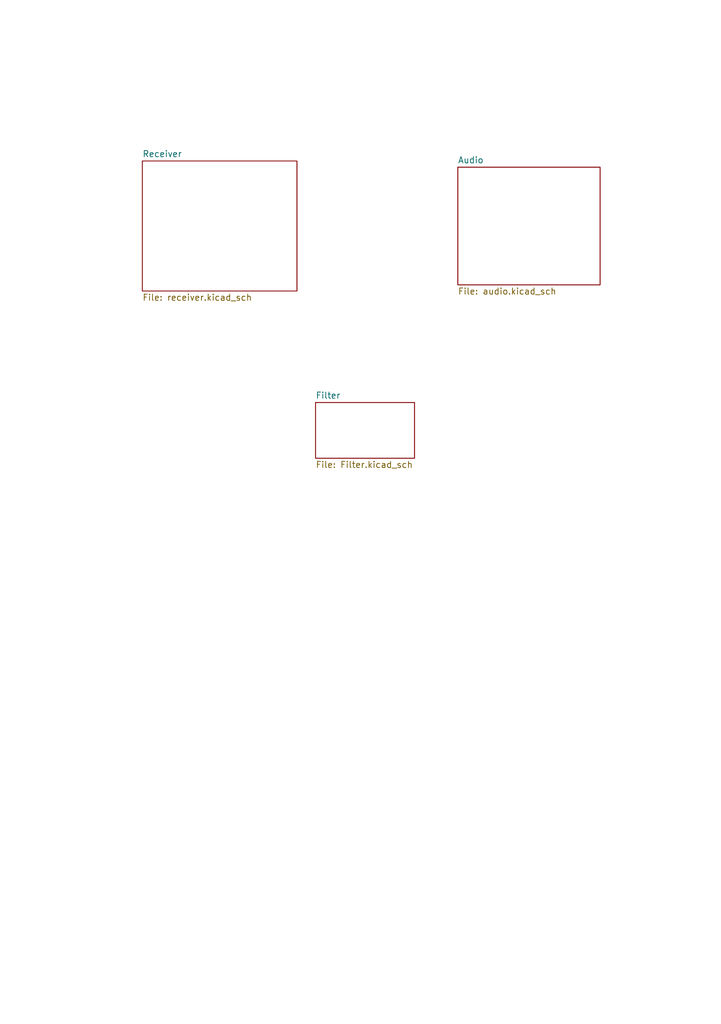
<source format=kicad_sch>
(kicad_sch (version 20211123) (generator eeschema)
  (paper "A5" portrait)
  (title_block (title "FM Receiver") (date "2024-09-30") (rev "v0.1") (company "UFSC") (comment 1 "Author: ") (comment 2 "Subject: Electronic Instrumentation"))
  (lib_symbols)
  (sheet (at 64.77 82.55) (size 20.32 11.43) (stroke (width 0.1524))
    (property "Sheet name" "Filter" (at 64.77 81.8384 0) (effects (justify left bottom)))
    (property "Sheet file" "Filter.kicad_sch" (at 64.77 94.5646 0) (effects (justify left top)))
  )
  (sheet (at 29.21 33.02) (size 31.75 26.67) (stroke (width 0.1524))
    (property "Sheet name" "Receiver" (at 29.21 32.3084 0) (effects (justify left bottom)))
    (property "Sheet file" "receiver.kicad_sch" (at 29.21 60.2746 0) (effects (justify left top)))
  )
  (sheet (at 93.98 34.29) (size 29.21 24.13) (stroke (width 0.1524))
    (property "Sheet name" "Audio" (at 93.98 33.5784 0) (effects (justify left bottom)))
    (property "Sheet file" "audio.kicad_sch" (at 93.98 59.0046 0) (effects (justify left top)))
  )
)
</source>
